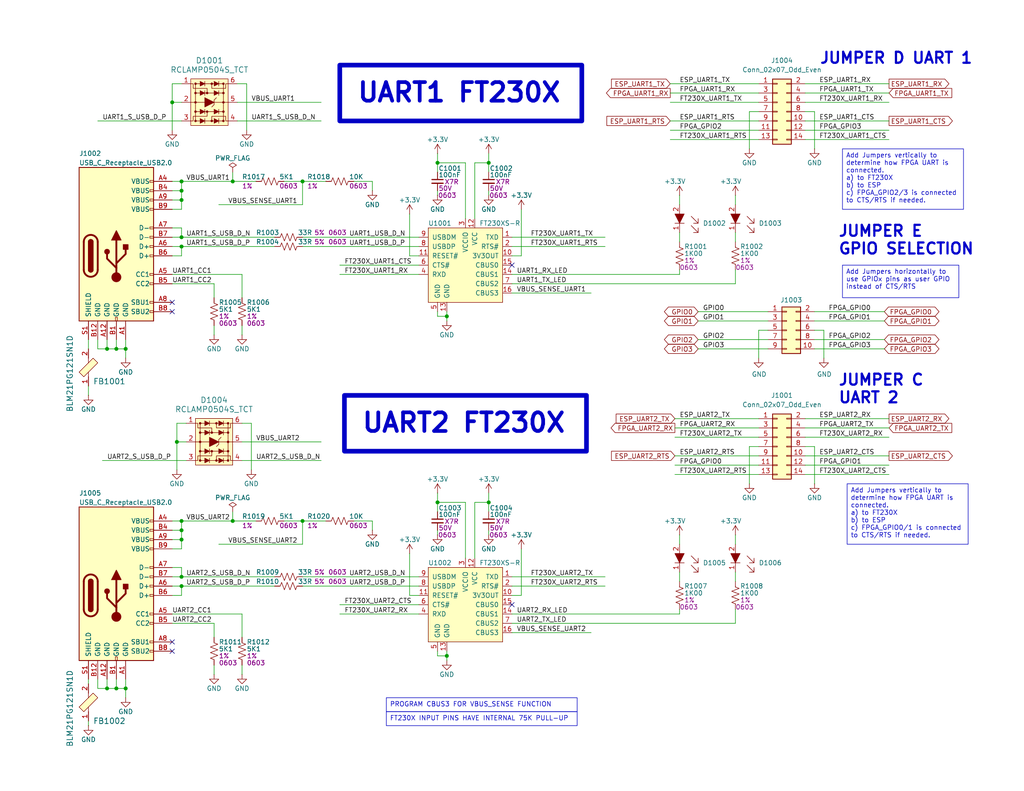
<source format=kicad_sch>
(kicad_sch (version 20231120) (generator "eeschema") (generator_version "8.0")
  (paper "A")
  (title_block (title "PETER") (date "2024-07-29") (rev "0.0") (company "Denno Wiggle") (comment 1 "FTDI USB UART Ports x2."))
  (lib_symbols
    (symbol "Connector_Generic:Conn_02x05_Odd_Even" (pin_names (offset 1.016) hide)
      (property "Reference" "J" (at 1.27 7.62 0))
      (property "Value" "Conn_02x05_Odd_Even" (at 1.27 -7.62 0))
      (symbol "Conn_02x05_Odd_Even_1_1"
        (pin passive line (at -5.08 5.08 0) (length 3.81) (name "Pin_1") (number "1"))
        (pin passive line (at 7.62 -5.08 180) (length 3.81) (name "Pin_10") (number "10"))
        (pin passive line (at 7.62 5.08 180) (length 3.81) (name "Pin_2") (number "2"))
        (pin passive line (at -5.08 2.54 0) (length 3.81) (name "Pin_3") (number "3"))
        (pin passive line (at 7.62 2.54 180) (length 3.81) (name "Pin_4") (number "4"))
        (pin passive line (at -5.08 0 0) (length 3.81) (name "Pin_5") (number "5"))
        (pin passive line (at 7.62 0 180) (length 3.81) (name "Pin_6") (number "6"))
        (pin passive line (at -5.08 -2.54 0) (length 3.81) (name "Pin_7") (number "7"))
        (pin passive line (at 7.62 -2.54 180) (length 3.81) (name "Pin_8") (number "8"))
        (pin passive line (at -5.08 -5.08 0) (length 3.81) (name "Pin_9") (number "9"))
      )
    )
    (symbol "Connector_Generic:Conn_02x07_Odd_Even" (pin_names (offset 1.016) hide)
      (property "Reference" "J" (at 1.27 10.16 0))
      (property "Value" "Conn_02x07_Odd_Even" (at 1.27 -10.16 0))
      (symbol "Conn_02x07_Odd_Even_1_1"
        (pin passive line (at -5.08 7.62 0) (length 3.81) (name "Pin_1") (number "1"))
        (pin passive line (at 7.62 -2.54 180) (length 3.81) (name "Pin_10") (number "10"))
        (pin passive line (at -5.08 -5.08 0) (length 3.81) (name "Pin_11") (number "11"))
        (pin passive line (at 7.62 -5.08 180) (length 3.81) (name "Pin_12") (number "12"))
        (pin passive line (at -5.08 -7.62 0) (length 3.81) (name "Pin_13") (number "13"))
        (pin passive line (at 7.62 -7.62 180) (length 3.81) (name "Pin_14") (number "14"))
        (pin passive line (at 7.62 7.62 180) (length 3.81) (name "Pin_2") (number "2"))
        (pin passive line (at -5.08 5.08 0) (length 3.81) (name "Pin_3") (number "3"))
        (pin passive line (at 7.62 5.08 180) (length 3.81) (name "Pin_4") (number "4"))
        (pin passive line (at -5.08 2.54 0) (length 3.81) (name "Pin_5") (number "5"))
        (pin passive line (at 7.62 2.54 180) (length 3.81) (name "Pin_6") (number "6"))
        (pin passive line (at -5.08 0 0) (length 3.81) (name "Pin_7") (number "7"))
        (pin passive line (at 7.62 0 180) (length 3.81) (name "Pin_8") (number "8"))
        (pin passive line (at -5.08 -2.54 0) (length 3.81) (name "Pin_9") (number "9"))
      )
    )
    (symbol "WTM:C_100nF_X7R_16V_0805H" (pin_numbers hide) (pin_names (offset 0) hide)
      (property "Reference" "C" (at 0.254 3.556 0))
      (property "Value" "100nF" (at 0.254 1.778 0))
      (property "Dielectric" "X7R" (at 1.905 -0.127 0))
      (property "Voltage" "16V" (at 0.254 -1.905 0))
      (property "Footprint2" "0805H" (at 0.127 -3.81 0))
      (symbol "C_100nF_X7R_16V_0805H_1_1"
        (pin passive line (at 0 2.54 270) (length 2.032) (name "~") (number "1"))
        (pin passive line (at 0 -2.54 90) (length 2.032) (name "~") (number "2"))
      )
    )
    (symbol "WTM:LED_LTST-S270KGKT" (pin_names (offset 0))
      (property "Reference" "D" (at -6.35 3.81 0))
      (symbol "LED_LTST-S270KGKT_1_1"
        (pin passive line (at 2.54 0 180) (length 2.54) (name "~") (number "1"))
        (pin input line (at -5.08 0 0) (length 2.54) (name "~") (number "2"))
      )
    )
    (symbol "WTM:RCLAMP0504S_TCT" (pin_names (offset 1.016))
      (property "Reference" "D1001" (at 0 11.43 0))
      (property "Value" "RCLAMP0504S_TCT" (at 0 8.89 0))
      (symbol "RCLAMP0504S_TCT_1_1"
        (pin passive line (at -7.62 5.08 0) (length 2.54) (name "~") (number "1"))
        (pin passive line (at -7.62 0 0) (length 2.54) (name "~") (number "2"))
        (pin passive line (at -7.62 -5.08 0) (length 2.54) (name "~") (number "3"))
        (pin passive line (at 7.62 -5.08 180) (length 2.54) (name "~") (number "4"))
        (pin passive line (at 7.62 0 180) (length 2.54) (name "~") (number "5"))
        (pin passive line (at 7.62 5.08 180) (length 2.54) (name "~") (number "6"))
      )
    )
    (symbol "WTM:R_10K_5%_0805H" (pin_numbers hide) (pin_names (offset 0))
      (property "Reference" "R515" (at 1.27 2.54 0))
      (property "Value" "10K" (at 1.27 0.635 0))
      (property "Tolerance" "5%" (at 1.27 -1.27 0))
      (property "Footprint2" "0805H" (at 0 -3.175 0))
      (symbol "R_10K_5%_0805H_1_1"
        (pin passive line (at 0 3.81 270) (length 1.27) (name "~") (number "1"))
        (pin passive line (at 0 -3.81 90) (length 1.27) (name "~") (number "2"))
      )
    )
    (symbol "WTM:R_33R_5%_0805H_Horizontal1" (pin_numbers hide) (pin_names (offset 0))
      (property "Reference" "R" (at -7.62 1.27 0))
      (property "Value" "33R" (at 2.54 1.27 0))
      (property "Tolerance" "5%" (at 2.54 -1.27 0))
      (property "Footprint2" "0805H" (at -8.89 -1.27 0))
      (symbol "R_33R_5%_0805H_Horizontal1_1_1"
        (pin passive line (at -3.81 0 0) (length 1.27) (name "~") (number "1"))
        (pin passive line (at 3.81 0 180) (length 1.27) (name "~") (number "2"))
      )
    )
    (symbol "WTM:USB_C_Receptacle_USB2.0-Connector" (pin_names (offset 1.016))
      (property "Reference" "J906" (at -10.16 27.94 0))
      (property "Value" "USB_C_Receptacle_USB2.0" (at -10.16 25.4 0))
      (symbol "USB_C_Receptacle_USB2.0-Connector_1_1"
        (pin power_in line (at 2.54 -22.86 90) (length 5.08) (name "GND") (number "A1"))
        (pin power_in line (at -2.54 -22.86 90) (length 5.08) (name "GND") (number "A12"))
        (pin power_in line (at 15.24 20.32 180) (length 5.08) (name "VBUS") (number "A4"))
        (pin bidirectional line (at 15.24 -5.08 180) (length 5.08) (name "CC1") (number "A5"))
        (pin bidirectional line (at 15.24 2.54 180) (length 5.08) (name "D+") (number "A6"))
        (pin bidirectional line (at 15.24 7.62 180) (length 5.08) (name "D-") (number "A7"))
        (pin bidirectional line (at 15.24 -12.7 180) (length 5.08) (name "SBU1") (number "A8"))
        (pin power_in line (at 15.24 15.24 180) (length 5.08) (name "VBUS") (number "A9"))
        (pin power_in line (at 0 -22.86 90) (length 5.08) (name "GND") (number "B1"))
        (pin power_in line (at -5.08 -22.86 90) (length 5.08) (name "GND") (number "B12"))
        (pin power_in line (at 15.24 17.78 180) (length 5.08) (name "VBUS") (number "B4"))
        (pin bidirectional line (at 15.24 -7.62 180) (length 5.08) (name "CC2") (number "B5"))
        (pin bidirectional line (at 15.24 0 180) (length 5.08) (name "D+") (number "B6"))
        (pin bidirectional line (at 15.24 5.08 180) (length 5.08) (name "D-") (number "B7"))
        (pin bidirectional line (at 15.24 -15.24 180) (length 5.08) (name "SBU2") (number "B8"))
        (pin power_in line (at 15.24 12.7 180) (length 5.08) (name "VBUS") (number "B9"))
        (pin passive line (at -7.62 -22.86 90) (length 5.08) (name "SHIELD") (number "S1"))
      )
    )
    (symbol "dk_Ferrite-Beads-and-Chips:BLM18AG601SN1D" (pin_names (offset 1.016))
      (property "Reference" "FB" (at -2.54 3.81 0))
      (property "Value" "BLM18AG601SN1D" (at 0 -3.81 0))
      (symbol "BLM18AG601SN1D_1_1"
        (pin passive line (at -5.08 0 0) (length 2.54) (name "~") (number "1"))
        (pin passive line (at 5.08 0 180) (length 2.54) (name "~") (number "2"))
      )
    )
    (symbol "dk_Interface-Controllers:FT230XS-R" (pin_names (offset 1.016))
      (property "Reference" "U" (at -10.16 8.89 0))
      (property "Value" "FT230XS-R" (at -2.54 -13.97 0))
      (symbol "FT230XS-R_1_1"
        (pin output line (at 12.7 5.08 180) (length 2.54) (name "TXD") (number "1"))
        (pin power_out line (at 12.7 0 180) (length 2.54) (name "3V3OUT") (number "10"))
        (pin input line (at -12.7 0 0) (length 2.54) (name "RESET#") (number "11"))
        (pin power_in line (at 2.54 10.16 270) (length 2.54) (name "VCC") (number "12"))
        (pin power_in line (at -5.08 -15.24 90) (length 2.54) (name "GND") (number "13"))
        (pin bidirectional line (at 12.7 -5.08 180) (length 2.54) (name "CBUS1") (number "14"))
        (pin bidirectional line (at 12.7 -2.54 180) (length 2.54) (name "CBUS0") (number "15"))
        (pin bidirectional line (at 12.7 -10.16 180) (length 2.54) (name "CBUS3") (number "16"))
        (pin output line (at 12.7 2.54 180) (length 2.54) (name "RTS#") (number "2"))
        (pin power_in line (at 0 10.16 270) (length 2.54) (name "VCCIO") (number "3"))
        (pin input line (at -12.7 -5.08 0) (length 2.54) (name "RXD") (number "4"))
        (pin power_in line (at -7.62 -15.24 90) (length 2.54) (name "GND") (number "5"))
        (pin input line (at -12.7 -2.54 0) (length 2.54) (name "CTS#") (number "6"))
        (pin bidirectional line (at 12.7 -7.62 180) (length 2.54) (name "CBUS2") (number "7"))
        (pin input line (at -12.7 2.54 0) (length 2.54) (name "USBDP") (number "8"))
        (pin input line (at -12.7 5.08 0) (length 2.54) (name "USBDM") (number "9"))
      )
    )
    (symbol "power:+3.3V" (power) (pin_numbers hide) (pin_names (offset 0) hide)
      (property "Value" "+3.3V" (at 0 3.556 0))
      (symbol "+3.3V_1_1"
        (pin power_in line (at 0 0 90) (length 0) (name "~") (number "1"))
      )
    )
    (symbol "power:GND" (power) (pin_numbers hide) (pin_names (offset 0) hide)
      (property "Value" "GND" (at 0 -3.81 0))
      (symbol "GND_1_1"
        (pin power_in line (at 0 0 270) (length 0) (name "~") (number "1"))
      )
    )
    (symbol "power:PWR_FLAG" (power) (pin_numbers hide) (pin_names (offset 0) hide)
      (property "Value" "PWR_FLAG" (at 0 3.81 0))
      (symbol "PWR_FLAG_0_0"
        (pin power_out line (at 0 0 90) (length 0) (name "~") (number "1"))
      )
    )
  )
  (junction (at 48.26 120.65))
  (junction (at 119.38 137.16))
  (junction (at 49.53 64.77))
  (junction (at 34.29 95.25))
  (junction (at 49.53 52.07))
  (junction (at 49.53 49.53))
  (junction (at 46.99 27.94))
  (junction (at 63.5 142.24))
  (junction (at 49.53 157.48))
  (junction (at 49.53 67.31))
  (junction (at 63.5 49.53))
  (junction (at 49.53 144.78))
  (junction (at 121.92 86.36))
  (junction (at 34.29 187.96))
  (junction (at 29.21 187.96))
  (junction (at 121.92 179.07))
  (junction (at 133.35 137.16))
  (junction (at 49.53 142.24))
  (junction (at 119.38 44.45))
  (junction (at 49.53 147.32))
  (junction (at 49.53 54.61))
  (junction (at 49.53 160.02))
  (junction (at 31.75 187.96))
  (junction (at 82.55 142.24))
  (junction (at 82.55 49.53))
  (junction (at 31.75 95.25))
  (junction (at 29.21 95.25))
  (junction (at 133.35 44.45))
  (no_connect (at 46.99 177.8))
  (no_connect (at 46.99 175.26))
  (no_connect (at 139.7 72.39))
  (no_connect (at 46.99 85.09))
  (no_connect (at 139.7 165.1))
  (no_connect (at 46.99 82.55))
  (wire (pts (xy 46.99 147.32) (xy 49.53 147.32)))
  (wire (pts (xy 63.5 46.99) (xy 63.5 49.53)))
  (wire (pts (xy 127 137.16) (xy 127 152.4)))
  (wire (pts (xy 46.99 74.93) (xy 66.04 74.93)))
  (wire (pts (xy 24.13 185.42) (xy 24.13 186.69)))
  (wire (pts (xy 139.7 74.93) (xy 185.42 74.93)))
  (wire (pts (xy 49.53 62.23) (xy 49.53 64.77)))
  (wire (pts (xy 63.5 142.24) (xy 69.85 142.24)))
  (wire (pts (xy 219.71 116.84) (xy 242.57 116.84)))
  (wire (pts (xy 34.29 95.25) (xy 31.75 95.25)))
  (wire (pts (xy 219.71 127) (xy 242.57 127)))
  (wire (pts (xy 200.66 156.21) (xy 200.66 158.75)))
  (wire (pts (xy 46.99 142.24) (xy 49.53 142.24)))
  (wire (pts (xy 139.7 80.01) (xy 161.29 80.01)))
  (wire (pts (xy 58.42 181.61) (xy 58.42 184.15)))
  (wire (pts (xy 139.7 67.31) (xy 165.1 67.31)))
  (wire (pts (xy 219.71 22.86) (xy 242.57 22.86)))
  (wire (pts (xy 133.35 137.16) (xy 129.54 137.16)))
  (wire (pts (xy 49.53 64.77) (xy 74.93 64.77)))
  (wire (pts (xy 68.58 128.27) (xy 68.58 115.57)))
  (wire (pts (xy 139.7 172.72) (xy 161.29 172.72)))
  (wire (pts (xy 222.25 87.63) (xy 241.3 87.63)))
  (wire (pts (xy 58.42 81.28) (xy 58.42 77.47)))
  (wire (pts (xy 48.26 120.65) (xy 48.26 115.57)))
  (wire (pts (xy 82.55 49.53) (xy 88.9 49.53)))
  (wire (pts (xy 31.75 95.25) (xy 29.21 95.25)))
  (wire (pts (xy 121.92 177.8) (xy 121.92 179.07)))
  (wire (pts (xy 31.75 187.96) (xy 29.21 187.96)))
  (wire (pts (xy 29.21 92.71) (xy 29.21 95.25)))
  (wire (pts (xy 119.38 44.45) (xy 127 44.45)))
  (wire (pts (xy 139.7 157.48) (xy 165.1 157.48)))
  (wire (pts (xy 119.38 134.62) (xy 119.38 137.16)))
  (wire (pts (xy 101.6 142.24) (xy 101.6 144.78)))
  (wire (pts (xy 114.3 162.56) (xy 111.76 162.56)))
  (wire (pts (xy 46.99 67.31) (xy 49.53 67.31)))
  (wire (pts (xy 49.53 67.31) (xy 74.93 67.31)))
  (wire (pts (xy 184.15 129.54) (xy 207.01 129.54)))
  (wire (pts (xy 101.6 49.53) (xy 101.6 52.07)))
  (wire (pts (xy 46.99 157.48) (xy 49.53 157.48)))
  (wire (pts (xy 119.38 52.07) (xy 119.38 53.34)))
  (wire (pts (xy 139.7 77.47) (xy 200.66 77.47)))
  (wire (pts (xy 204.47 121.92) (xy 207.01 121.92)))
  (wire (pts (xy 184.15 119.38) (xy 207.01 119.38)))
  (wire (pts (xy 82.55 142.24) (xy 88.9 142.24)))
  (wire (pts (xy 207.01 97.79) (xy 207.01 90.17)))
  (wire (pts (xy 66.04 181.61) (xy 66.04 184.15)))
  (wire (pts (xy 46.99 170.18) (xy 58.42 170.18)))
  (wire (pts (xy 182.88 33.02) (xy 207.01 33.02)))
  (wire (pts (xy 82.55 64.77) (xy 114.3 64.77)))
  (wire (pts (xy 46.99 27.94) (xy 46.99 35.56)))
  (wire (pts (xy 222.25 40.64) (xy 222.25 30.48)))
  (wire (pts (xy 222.25 30.48) (xy 219.71 30.48)))
  (wire (pts (xy 26.67 33.02) (xy 49.53 33.02)))
  (wire (pts (xy 139.7 170.18) (xy 200.66 170.18)))
  (wire (pts (xy 46.99 27.94) (xy 49.53 27.94)))
  (wire (pts (xy 58.42 88.9) (xy 58.42 91.44)))
  (wire (pts (xy 222.25 92.71) (xy 241.3 92.71)))
  (wire (pts (xy 182.88 27.94) (xy 207.01 27.94)))
  (wire (pts (xy 77.47 142.24) (xy 82.55 142.24)))
  (wire (pts (xy 49.53 154.94) (xy 49.53 157.48)))
  (wire (pts (xy 92.71 72.39) (xy 114.3 72.39)))
  (wire (pts (xy 24.13 92.71) (xy 24.13 95.25)))
  (wire (pts (xy 46.99 162.56) (xy 49.53 162.56)))
  (wire (pts (xy 119.38 177.8) (xy 119.38 179.07)))
  (wire (pts (xy 190.5 87.63) (xy 209.55 87.63)))
  (wire (pts (xy 46.99 149.86) (xy 49.53 149.86)))
  (wire (pts (xy 49.53 142.24) (xy 63.5 142.24)))
  (wire (pts (xy 92.71 165.1) (xy 114.3 165.1)))
  (wire (pts (xy 182.88 38.1) (xy 207.01 38.1)))
  (wire (pts (xy 133.35 134.62) (xy 133.35 137.16)))
  (wire (pts (xy 133.35 52.07) (xy 133.35 53.34)))
  (wire (pts (xy 49.53 147.32) (xy 49.53 144.78)))
  (wire (pts (xy 119.38 144.78) (xy 119.38 146.05)))
  (wire (pts (xy 49.53 22.86) (xy 46.99 22.86)))
  (wire (pts (xy 49.53 157.48) (xy 74.93 157.48)))
  (wire (pts (xy 219.71 33.02) (xy 242.57 33.02)))
  (wire (pts (xy 139.7 69.85) (xy 142.24 69.85)))
  (wire (pts (xy 46.99 160.02) (xy 49.53 160.02)))
  (wire (pts (xy 48.26 120.65) (xy 48.26 128.27)))
  (wire (pts (xy 58.42 173.99) (xy 58.42 170.18)))
  (wire (pts (xy 119.38 86.36) (xy 121.92 86.36)))
  (wire (pts (xy 219.71 124.46) (xy 242.57 124.46)))
  (wire (pts (xy 185.42 156.21) (xy 185.42 158.75)))
  (wire (pts (xy 24.13 196.85) (xy 24.13 198.12)))
  (wire (pts (xy 66.04 125.73) (xy 87.63 125.73)))
  (wire (pts (xy 82.55 148.59) (xy 82.55 142.24)))
  (wire (pts (xy 200.66 146.05) (xy 200.66 148.59)))
  (wire (pts (xy 119.38 137.16) (xy 127 137.16)))
  (wire (pts (xy 46.99 57.15) (xy 49.53 57.15)))
  (wire (pts (xy 66.04 173.99) (xy 66.04 167.64)))
  (wire (pts (xy 63.5 139.7) (xy 63.5 142.24)))
  (wire (pts (xy 129.54 44.45) (xy 129.54 59.69)))
  (wire (pts (xy 49.53 162.56) (xy 49.53 160.02)))
  (wire (pts (xy 82.55 67.31) (xy 114.3 67.31)))
  (wire (pts (xy 46.99 64.77) (xy 49.53 64.77)))
  (wire (pts (xy 222.25 95.25) (xy 241.3 95.25)))
  (wire (pts (xy 46.99 167.64) (xy 66.04 167.64)))
  (wire (pts (xy 49.53 57.15) (xy 49.53 54.61)))
  (wire (pts (xy 48.26 120.65) (xy 50.8 120.65)))
  (wire (pts (xy 184.15 124.46) (xy 207.01 124.46)))
  (wire (pts (xy 82.55 157.48) (xy 114.3 157.48)))
  (wire (pts (xy 67.31 22.86) (xy 67.31 35.56)))
  (wire (pts (xy 207.01 90.17) (xy 209.55 90.17)))
  (wire (pts (xy 219.71 129.54) (xy 242.57 129.54)))
  (wire (pts (xy 133.35 144.78) (xy 133.35 146.05)))
  (wire (pts (xy 133.35 137.16) (xy 133.35 139.7)))
  (wire (pts (xy 190.5 95.25) (xy 209.55 95.25)))
  (wire (pts (xy 142.24 162.56) (xy 142.24 149.86)))
  (wire (pts (xy 92.71 74.93) (xy 114.3 74.93)))
  (wire (pts (xy 114.3 69.85) (xy 111.76 69.85)))
  (wire (pts (xy 111.76 151.13) (xy 111.76 162.56)))
  (wire (pts (xy 34.29 187.96) (xy 34.29 190.5)))
  (wire (pts (xy 190.5 92.71) (xy 209.55 92.71)))
  (wire (pts (xy 46.99 69.85) (xy 49.53 69.85)))
  (wire (pts (xy 82.55 55.88) (xy 82.55 49.53)))
  (wire (pts (xy 224.79 97.79) (xy 224.79 90.17)))
  (wire (pts (xy 49.53 49.53) (xy 63.5 49.53)))
  (wire (pts (xy 64.77 22.86) (xy 67.31 22.86)))
  (wire (pts (xy 182.88 22.86) (xy 207.01 22.86)))
  (wire (pts (xy 139.7 64.77) (xy 165.1 64.77)))
  (wire (pts (xy 68.58 115.57) (xy 66.04 115.57)))
  (wire (pts (xy 64.77 33.02) (xy 87.63 33.02)))
  (wire (pts (xy 182.88 35.56) (xy 207.01 35.56)))
  (wire (pts (xy 127 44.45) (xy 127 59.69)))
  (wire (pts (xy 129.54 137.16) (xy 129.54 152.4)))
  (wire (pts (xy 119.38 41.91) (xy 119.38 44.45)))
  (wire (pts (xy 119.38 85.09) (xy 119.38 86.36)))
  (wire (pts (xy 200.66 63.5) (xy 200.66 66.04)))
  (wire (pts (xy 59.69 148.59) (xy 82.55 148.59)))
  (wire (pts (xy 190.5 85.09) (xy 209.55 85.09)))
  (wire (pts (xy 224.79 90.17) (xy 222.25 90.17)))
  (wire (pts (xy 46.99 52.07) (xy 49.53 52.07)))
  (wire (pts (xy 77.47 49.53) (xy 82.55 49.53)))
  (wire (pts (xy 111.76 58.42) (xy 111.76 69.85)))
  (wire (pts (xy 184.15 116.84) (xy 207.01 116.84)))
  (wire (pts (xy 185.42 53.34) (xy 185.42 55.88)))
  (wire (pts (xy 139.7 160.02) (xy 165.1 160.02)))
  (wire (pts (xy 46.99 62.23) (xy 49.53 62.23)))
  (wire (pts (xy 66.04 81.28) (xy 66.04 74.93)))
  (wire (pts (xy 66.04 88.9) (xy 66.04 91.44)))
  (wire (pts (xy 219.71 35.56) (xy 242.57 35.56)))
  (wire (pts (xy 184.15 114.3) (xy 207.01 114.3)))
  (wire (pts (xy 48.26 115.57) (xy 50.8 115.57)))
  (wire (pts (xy 29.21 187.96) (xy 26.67 187.96)))
  (wire (pts (xy 34.29 95.25) (xy 34.29 92.71)))
  (wire (pts (xy 133.35 44.45) (xy 129.54 44.45)))
  (wire (pts (xy 219.71 27.94) (xy 242.57 27.94)))
  (wire (pts (xy 49.53 160.02) (xy 74.93 160.02)))
  (wire (pts (xy 63.5 49.53) (xy 69.85 49.53)))
  (wire (pts (xy 142.24 69.85) (xy 142.24 57.15)))
  (wire (pts (xy 27.94 125.73) (xy 50.8 125.73)))
  (wire (pts (xy 119.38 179.07) (xy 121.92 179.07)))
  (wire (pts (xy 119.38 46.99) (xy 119.38 44.45)))
  (wire (pts (xy 92.71 167.64) (xy 114.3 167.64)))
  (wire (pts (xy 46.99 77.47) (xy 58.42 77.47)))
  (wire (pts (xy 49.53 69.85) (xy 49.53 67.31)))
  (wire (pts (xy 31.75 187.96) (xy 34.29 187.96)))
  (wire (pts (xy 219.71 119.38) (xy 242.57 119.38)))
  (wire (pts (xy 219.71 114.3) (xy 242.57 114.3)))
  (wire (pts (xy 222.25 121.92) (xy 222.25 132.08)))
  (wire (pts (xy 46.99 22.86) (xy 46.99 27.94)))
  (wire (pts (xy 46.99 154.94) (xy 49.53 154.94)))
  (wire (pts (xy 59.69 55.88) (xy 82.55 55.88)))
  (wire (pts (xy 66.04 120.65) (xy 87.63 120.65)))
  (wire (pts (xy 96.52 142.24) (xy 101.6 142.24)))
  (wire (pts (xy 200.66 170.18) (xy 200.66 166.37)))
  (wire (pts (xy 34.29 95.25) (xy 34.29 97.79)))
  (wire (pts (xy 121.92 86.36) (xy 121.92 87.63)))
  (wire (pts (xy 64.77 27.94) (xy 87.63 27.94)))
  (wire (pts (xy 119.38 139.7) (xy 119.38 137.16)))
  (wire (pts (xy 185.42 167.64) (xy 185.42 166.37)))
  (wire (pts (xy 200.66 77.47) (xy 200.66 73.66)))
  (wire (pts (xy 121.92 179.07) (xy 121.92 180.34)))
  (wire (pts (xy 219.71 38.1) (xy 242.57 38.1)))
  (wire (pts (xy 182.88 25.4) (xy 207.01 25.4)))
  (wire (pts (xy 49.53 54.61) (xy 49.53 52.07)))
  (wire (pts (xy 26.67 185.42) (xy 26.67 187.96)))
  (wire (pts (xy 133.35 44.45) (xy 133.35 46.99)))
  (wire (pts (xy 82.55 160.02) (xy 114.3 160.02)))
  (wire (pts (xy 49.53 52.07) (xy 49.53 49.53)))
  (wire (pts (xy 185.42 63.5) (xy 185.42 66.04)))
  (wire (pts (xy 133.35 41.91) (xy 133.35 44.45)))
  (wire (pts (xy 49.53 149.86) (xy 49.53 147.32)))
  (wire (pts (xy 24.13 105.41) (xy 24.13 107.95)))
  (wire (pts (xy 219.71 121.92) (xy 222.25 121.92)))
  (wire (pts (xy 29.21 95.25) (xy 26.67 95.25)))
  (wire (pts (xy 49.53 144.78) (xy 49.53 142.24)))
  (wire (pts (xy 121.92 85.09) (xy 121.92 86.36)))
  (wire (pts (xy 139.7 167.64) (xy 185.42 167.64)))
  (wire (pts (xy 46.99 54.61) (xy 49.53 54.61)))
  (wire (pts (xy 46.99 49.53) (xy 49.53 49.53)))
  (wire (pts (xy 46.99 144.78) (xy 49.53 144.78)))
  (wire (pts (xy 139.7 162.56) (xy 142.24 162.56)))
  (wire (pts (xy 31.75 92.71) (xy 31.75 95.25)))
  (wire (pts (xy 96.52 49.53) (xy 101.6 49.53)))
  (wire (pts (xy 219.71 25.4) (xy 242.57 25.4)))
  (wire (pts (xy 204.47 30.48) (xy 204.47 40.64)))
  (wire (pts (xy 207.01 30.48) (xy 204.47 30.48)))
  (wire (pts (xy 29.21 185.42) (xy 29.21 187.96)))
  (wire (pts (xy 204.47 132.08) (xy 204.47 121.92)))
  (wire (pts (xy 184.15 127) (xy 207.01 127)))
  (wire (pts (xy 26.67 92.71) (xy 26.67 95.25)))
  (wire (pts (xy 34.29 187.96) (xy 34.29 185.42)))
  (wire (pts (xy 185.42 146.05) (xy 185.42 148.59)))
  (wire (pts (xy 31.75 185.42) (xy 31.75 187.96)))
  (wire (pts (xy 185.42 74.93) (xy 185.42 73.66)))
  (wire (pts (xy 200.66 53.34) (xy 200.66 55.88)))
  (wire (pts (xy 222.25 85.09) (xy 241.3 85.09)))
  (text_box "Add Jumpers vertically to determine how FPGA UART is connected.\na) to FT230X\nb) to ESP\nc) FPGA_GPIO0/1 is connected to CTS/RTS if needed. " (at 231.14 132.08 0) (size 33.02 16.51) (effects (font (size 1.27 1.27)) (justify left top)))
  (text_box "UART2 FT230X\n" (at 93.98 107.95 0) (size 66.04 15.24) (stroke (width 1.27)) (effects (font (size 5.08 5.08) (thickness 1.016) (bold yes)) (justify left top)))
  (text_box "PROGRAM CBUS3 FOR VBUS_SENSE FUNCTION" (at 105.41 190.5 0) (size 52.07 3.81) (effects (font (size 1.27 1.27)) (justify left top)))
  (text_box "Add Jumpers vertically to determine how FPGA UART is connected.\na) to FT230X\nb) to ESP\nc) FPGA_GPIO2/3 is connected to CTS/RTS if needed. " (at 229.87 40.64 0) (size 33.02 16.51) (effects (font (size 1.27 1.27)) (justify left top)))
  (text_box "Add Jumpers horizontally to use GPIOx pins as user GPIO instead of CTS/RTS " (at 229.87 72.39 0) (size 31.75 8.89) (effects (font (size 1.27 1.27)) (justify left top)))
  (text_box "UART1 FT230X\n" (at 92.71 17.78 0) (size 66.04 15.24) (stroke (width 1.27)) (effects (font (size 5.08 5.08) (thickness 1.016) (bold yes)) (justify left top)))
  (text_box "FT230X INPUT PINS HAVE INTERNAL 75K PULL-UP" (at 105.41 194.31 0) (size 52.07 3.81) (effects (font (size 1.27 1.27)) (justify left top)))
  (text "JUMPER C\nUART 2" (at 228.6 110.49 0) (effects (font (size 2.9972 2.9972) (thickness 0.5994) (bold yes)) (justify left bottom)))
  (text "JUMPER D UART 1" (at 223.52 17.78 0) (effects (font (size 2.9972 2.9972) (thickness 0.5994) (bold yes)) (justify left bottom)))
  (text "JUMPER E\nGPIO SELECTION" (at 228.6 69.85 0) (effects (font (size 2.9972 2.9972) (thickness 0.5994) (bold yes)) (justify left bottom)))
  (label "VBUS_SENSE_UART2" (at 62.23 148.59 0))
  (label "FT230X_UART2_RTS" (at 144.78 160.02 0))
  (label "UART2_S_USB_D_N" (at 69.85 125.73 0))
  (label "FPGA_GPIO0" (at 185.42 127 0))
  (label "FT230X_UART2_RX" (at 223.52 119.38 0))
  (label "UART2_RX_LED" (at 140.97 167.64 0))
  (label "UART1_USB_D_N" (at 95.25 64.77 0))
  (label "FPGA_UART1_RX" (at 185.42 25.4 0))
  (label "VBUS_SENSE_UART2" (at 140.97 172.72 0))
  (label "FT230X_UART2_CTS" (at 93.98 165.1 0))
  (label "VBUS_UART2" (at 50.8 142.24 0))
  (label "FT230X_UART1_CTS" (at 93.98 72.39 0))
  (label "VBUS_UART2" (at 69.85 120.65 0))
  (label "FT230X_UART1_RX" (at 223.52 27.94 0))
  (label "UART1_RX_LED" (at 140.97 74.93 0))
  (label "ESP_UART1_TX" (at 185.42 22.86 0))
  (label "ESP_UART2_RTS" (at 185.42 124.46 0))
  (label "VBUS_UART1" (at 68.58 27.94 0))
  (label "ESP_UART1_RTS" (at 185.42 33.02 0))
  (label "VBUS_SENSE_UART1" (at 62.23 55.88 0))
  (label "FT230X_UART1_RX" (at 93.98 74.93 0))
  (label "FT230X_UART2_CTS" (at 223.52 129.54 0))
  (label "VBUS_UART1" (at 50.8 49.53 0))
  (label "FT230X_UART2_TX" (at 185.42 119.38 0))
  (label "UART2_TX_LED" (at 140.97 170.18 0))
  (label "ESP_UART2_TX" (at 185.42 114.3 0))
  (label "FPGA_GPIO2" (at 226.06 92.71 0))
  (label "ESP_UART2_CTS" (at 223.52 124.46 0))
  (label "GPIO2" (at 191.77 92.71 0))
  (label "ESP_UART1_CTS" (at 223.52 33.02 0))
  (label "UART2_USB_D_N" (at 95.25 157.48 0))
  (label "ESP_UART1_RX" (at 223.52 22.86 0))
  (label "UART1_S_USB_D_P" (at 27.94 33.02 0))
  (label "UART1_S_USB_D_N" (at 50.8 64.77 0))
  (label "FPGA_UART2_RX" (at 185.42 116.84 0))
  (label "FPGA_GPIO2" (at 185.42 35.56 0))
  (label "FT230X_UART2_RTS" (at 185.42 129.54 0))
  (label "UART2_CC1" (at 46.99 167.64 0))
  (label "GPIO0" (at 191.77 85.09 0))
  (label "FT230X_UART1_CTS" (at 223.52 38.1 0))
  (label "UART1_USB_D_P" (at 95.25 67.31 0))
  (label "UART1_CC2" (at 46.99 77.47 0))
  (label "FT230X_UART1_TX" (at 144.78 64.77 0))
  (label "FPGA_GPIO0" (at 226.06 85.09 0))
  (label "FT230X_UART2_RX" (at 93.98 167.64 0))
  (label "FPGA_GPIO1" (at 223.52 127 0))
  (label "GPIO1" (at 191.77 87.63 0))
  (label "FPGA_GPIO1" (at 226.06 87.63 0))
  (label "FT230X_UART1_RTS" (at 144.78 67.31 0))
  (label "UART1_TX_LED" (at 140.97 77.47 0))
  (label "FT230X_UART2_TX" (at 144.78 157.48 0))
  (label "UART2_USB_D_P" (at 95.25 160.02 0))
  (label "GPIO3" (at 191.77 95.25 0))
  (label "VBUS_SENSE_UART1" (at 140.97 80.01 0))
  (label "FPGA_GPIO3" (at 223.52 35.56 0))
  (label "UART2_S_USB_D_P" (at 50.8 160.02 0))
  (label "FPGA_UART1_TX" (at 223.52 25.4 0))
  (label "FPGA_UART2_TX" (at 223.52 116.84 0))
  (label "UART2_CC2" (at 46.99 170.18 0))
  (label "FPGA_GPIO3" (at 226.06 95.25 0))
  (label "UART2_S_USB_D_P" (at 29.21 125.73 0))
  (label "UART1_S_USB_D_P" (at 50.8 67.31 0))
  (label "UART1_CC1" (at 46.99 74.93 0))
  (label "FT230X_UART1_TX" (at 185.42 27.94 0))
  (label "FT230X_UART1_RTS" (at 185.42 38.1 0))
  (label "ESP_UART2_RX" (at 223.52 114.3 0))
  (label "UART1_S_USB_D_N" (at 68.58 33.02 0))
  (label "UART2_S_USB_D_N" (at 50.8 157.48 0))
  (global_label "GPIO2" (shape bidirectional) (at 190.5 92.71 180) (property "Intersheetrefs" "${INTERSHEET_REFS}" (at 181.0237 92.71 0) (effects (justify right))))
  (global_label "FPGA_GPIO0" (shape bidirectional) (at 241.3 85.09 0) (property "Intersheetrefs" "${INTERSHEET_REFS}" (at 256.4611 85.09 0) (effects (justify left))))
  (global_label "ESP_UART1_TX" (shape input) (at 182.88 22.86 180) (property "Intersheetrefs" "${INTERSHEET_REFS}" (at 163.83 22.86 0) (effects (justify left))))
  (global_label "ESP_UART2_CTS" (shape output) (at 242.57 124.46 0) (property "Intersheetrefs" "${INTERSHEET_REFS}" (at 260.35 124.46 0) (effects (justify left))))
  (global_label "ESP_UART2_RX" (shape output) (at 242.57 114.3 0) (property "Intersheetrefs" "${INTERSHEET_REFS}" (at 260.35 114.3 0) (effects (justify left))))
  (global_label "GPIO1" (shape bidirectional) (at 190.5 87.63 180) (property "Intersheetrefs" "${INTERSHEET_REFS}" (at 181.0237 87.63 0) (effects (justify right))))
  (global_label "FPGA_UART2_TX" (shape input) (at 242.57 116.84 0) (property "Intersheetrefs" "${INTERSHEET_REFS}" (at 259.9777 116.84 0) (effects (justify left))))
  (global_label "ESP_UART2_RTS" (shape input) (at 184.15 124.46 180) (property "Intersheetrefs" "${INTERSHEET_REFS}" (at 165.1 124.46 0) (effects (justify left))))
  (global_label "FPGA_UART1_RX" (shape output) (at 182.88 25.4 180) (property "Intersheetrefs" "${INTERSHEET_REFS}" (at 165.1699 25.4 0) (effects (justify right))))
  (global_label "FPGA_UART2_RX" (shape output) (at 184.15 116.84 180) (property "Intersheetrefs" "${INTERSHEET_REFS}" (at 166.4399 116.84 0) (effects (justify right))))
  (global_label "ESP_UART1_CTS" (shape output) (at 242.57 33.02 0) (property "Intersheetrefs" "${INTERSHEET_REFS}" (at 260.35 33.02 0) (effects (justify left))))
  (global_label "GPIO0" (shape bidirectional) (at 190.5 85.09 180) (property "Intersheetrefs" "${INTERSHEET_REFS}" (at 181.0237 85.09 0) (effects (justify right))))
  (global_label "ESP_UART2_TX" (shape input) (at 184.15 114.3 180) (property "Intersheetrefs" "${INTERSHEET_REFS}" (at 165.1 114.3 0) (effects (justify left))))
  (global_label "ESP_UART1_RX" (shape output) (at 242.57 22.86 0) (property "Intersheetrefs" "${INTERSHEET_REFS}" (at 260.35 22.86 0) (effects (justify left))))
  (global_label "GPIO3" (shape bidirectional) (at 190.5 95.25 180) (property "Intersheetrefs" "${INTERSHEET_REFS}" (at 181.0237 95.25 0) (effects (justify right))))
  (global_label "FPGA_UART1_TX" (shape input) (at 242.57 25.4 0) (property "Intersheetrefs" "${INTERSHEET_REFS}" (at 259.08 25.4 0) (effects (justify left))))
  (global_label "FPGA_GPIO2" (shape bidirectional) (at 241.3 92.71 0) (property "Intersheetrefs" "${INTERSHEET_REFS}" (at 256.4611 92.71 0) (effects (justify left))))
  (global_label "FPGA_GPIO1" (shape bidirectional) (at 241.3 87.63 0) (property "Intersheetrefs" "${INTERSHEET_REFS}" (at 256.4611 87.63 0) (effects (justify left))))
  (global_label "FPGA_GPIO3" (shape bidirectional) (at 241.3 95.25 0) (property "Intersheetrefs" "${INTERSHEET_REFS}" (at 256.4611 95.25 0) (effects (justify left))))
  (global_label "ESP_UART1_RTS" (shape input) (at 182.88 33.02 180) (property "Intersheetrefs" "${INTERSHEET_REFS}" (at 163.83 33.02 0) (effects (justify left))))
  (symbol (lib_id "power:GND") (at 101.6 144.78 0) (unit 1)
    (property "Reference" "#PWR01035" (effects (hide yes)))
    (property "Value" "GND" (at 101.6 148.59 0))
  )
  (symbol (lib_id "WTM:R_10K_5%_0805H") (at 200.66 162.56 0) (unit 1)
    (property "Reference" "R1008" (at 201.93 160.02 0) (effects (justify left)))
    (property "Value" "1K00" (at 201.93 161.925 0) (effects (justify left)))
    (property "Footprint" "Resistor_SMD:R_0603_1608Metric" (effects (hide yes)))
    (property "Datasheet" "https://www.yageo.com/upload/media/product/productsearch/datasheet/rchip/PYu-RC_Group_51_RoHS_L_12.pdf" (effects (hide yes)))
    (property "Description" "RES 1K OHM 1% 1/10W 0603" (effects (hide yes)))
    (property "Tolerance" "1%" (at 201.93 163.83 0) (effects (justify left)))
    (property "Footprint2" "0603" (at 200.66 165.735 0) (effects (justify left)))
    (property "MPN" "RC0603FR-071KL" (effects (hide yes)))
    (property "Manufacturer" "Yaego" (effects (hide yes)))
    (property "Digikey" "311-1.00KHRCT-ND" (effects (hide yes)))
    (property "LCSC Part #" "C22548" (effects (hide yes)))
  )
  (symbol (lib_id "power:+3.3V") (at 111.76 151.13 0) (unit 1)
    (property "Reference" "#PWR01038" (effects (hide yes)))
    (property "Value" "+3.3V" (at 111.76 147.32 0))
  )
  (symbol (lib_id "Connector_Generic:Conn_02x07_Odd_Even") (at 212.09 30.48 0) (unit 1)
    (property "Reference" "J1004" (at 213.36 16.51 0))
    (property "Value" "Conn_02x07_Odd_Even" (at 213.36 19.05 0))
    (property "Footprint" "Connector_PinHeader_2.54mm:PinHeader_2x07_P2.54mm_Vertical" (effects (hide yes)))
    (property "Datasheet" "https://app.adam-tech.com/products/download/data_sheet/202065/ph2-xx-ua-data-sheet.pdf" (effects (hide yes)))
    (property "Description" "CONN HEADER VERT 14POS 2.54MM" (effects (hide yes)))
    (property "Manufacturer" "Adam Tech" (effects (hide yes)))
    (property "Digikey" "2057-PH2-14-UA-ND" (effects (hide yes)))
    (property "MPN" "PH2-14-UA" (effects (hide yes)))
  )
  (symbol (lib_id "Connector_Generic:Conn_02x07_Odd_Even") (at 212.09 121.92 0) (unit 1)
    (property "Reference" "J1001" (at 213.36 107.95 0))
    (property "Value" "Conn_02x07_Odd_Even" (at 213.36 110.49 0))
    (property "Footprint" "Connector_PinHeader_2.54mm:PinHeader_2x07_P2.54mm_Vertical" (effects (hide yes)))
    (property "Datasheet" "https://app.adam-tech.com/products/download/data_sheet/202065/ph2-xx-ua-data-sheet.pdf" (effects (hide yes)))
    (property "Description" "CONN HEADER VERT 14POS 2.54MM" (effects (hide yes)))
    (property "Manufacturer" "Adam Tech" (effects (hide yes)))
    (property "Digikey" "2057-PH2-14-UA-ND" (effects (hide yes)))
    (property "MPN" "PH2-14-UA" (effects (hide yes)))
  )
  (symbol (lib_id "WTM:LED_LTST-S270KGKT") (at 200.66 60.96 270) (unit 1)
    (property "Reference" "D1003" (at 207.01 60.9599 90) (effects (justify left)))
    (property "Value" "LED_LTST-S270KGKT" (effects (hide yes)))
    (property "Footprint" "WTM_Library:LTST-S270KGKT" (effects (hide yes)))
    (property "Datasheet" "https://optoelectronics.liteon.com/upload/download/DS22-2000-226/LTST-S270KGKT.pdf" (effects (hide yes)))
    (property "Description" "LED 571NM GREEN CLEAR CHIP 0603 R/A" (effects (hide yes)))
    (property "Digikey" "160-1478-1-ND" (effects (hide yes)))
    (property "MPN" "LTST-S270KGKT" (effects (hide yes)))
    (property "Category" "Optoelectronics" (effects (hide yes)))
    (property "Family" "LED Indication - Discrete" (effects (hide yes)))
    (property "Manufacturer" "Lite-On Inc." (effects (hide yes)))
    (property "LCSC Part #" "C125113" (effects (hide yes)))
  )
  (symbol (lib_id "WTM:R_33R_5%_0805H_Horizontal1") (at 92.71 142.24 0) (unit 1)
    (property "Reference" "R1020" (at 83.82 140.97 0) (effects (justify left)))
    (property "Value" "10K" (at 95.25 140.97 0) (effects (justify left)))
    (property "Footprint" "Resistor_SMD:R_0603_1608Metric" (effects (hide yes)))
    (property "Datasheet" "https://www.yageo.com/upload/media/product/productsearch/datasheet/rchip/PYu-RC_Group_51_RoHS_L_12.pdf" (effects (hide yes)))
    (property "Description" "RES 10K OHM 1% 1/10W 0603" (effects (hide yes)))
    (property "Tolerance" "1%" (at 83.82 143.51 0) (effects (justify left)))
    (property "Footprint2" "0603" (at 95.25 143.51 0) (effects (justify left)))
    (property "MPN" "RC0603FR-0710KL" (effects (hide yes)))
    (property "Manufacturer" "Yaego" (effects (hide yes)))
    (property "Digikey" "311-10.0KHRCT-ND" (effects (hide yes)))
    (property "LCSC Part #" "C98220" (effects (hide yes)))
  )
  (symbol (lib_id "WTM:R_10K_5%_0805H") (at 58.42 177.8 0) (unit 1)
    (property "Reference" "R1011" (at 59.69 175.26 0) (effects (justify left)))
    (property "Value" "5K1" (at 59.69 177.165 0) (effects (justify left)))
    (property "Footprint" "Resistor_SMD:R_0603_1608Metric" (effects (hide yes)))
    (property "Datasheet" "https://www.yageo.com/upload/media/product/productsearch/datasheet/rchip/PYu-RC_Group_51_RoHS_L_12.pdf" (effects (hide yes)))
    (property "Description" "RES 5.1K OHM 1% 1/10W 0603" (effects (hide yes)))
    (property "Tolerance" "1%" (at 59.69 179.07 0) (effects (justify left)))
    (property "Footprint2" "0603" (at 59.69 180.975 0) (effects (justify left)))
    (property "MPN" "RC0603FR-075K1L" (effects (hide yes)))
    (property "Manufacturer" "Yaego" (effects (hide yes)))
    (property "Digikey" "311-5.10KHRCT-ND" (effects (hide yes)))
    (property "LCSC Part #" "C105580" (effects (hide yes)))
  )
  (symbol (lib_id "WTM:R_33R_5%_0805H_Horizontal1") (at 92.71 49.53 0) (unit 1)
    (property "Reference" "R1018" (at 83.82 48.26 0) (effects (justify left)))
    (property "Value" "10K" (at 95.25 48.26 0) (effects (justify left)))
    (property "Footprint" "Resistor_SMD:R_0603_1608Metric" (effects (hide yes)))
    (property "Datasheet" "https://www.yageo.com/upload/media/product/productsearch/datasheet/rchip/PYu-RC_Group_51_RoHS_L_12.pdf" (effects (hide yes)))
    (property "Description" "RES 10K OHM 1% 1/10W 0603" (effects (hide yes)))
    (property "Tolerance" "1%" (at 83.82 50.8 0) (effects (justify left)))
    (property "Footprint2" "0603" (at 95.25 50.8 0) (effects (justify left)))
    (property "MPN" "RC0603FR-0710KL" (effects (hide yes)))
    (property "Manufacturer" "Yaego" (effects (hide yes)))
    (property "Digikey" "311-10.0KHRCT-ND" (effects (hide yes)))
    (property "LCSC Part #" "C98220" (effects (hide yes)))
  )
  (symbol (lib_id "power:PWR_FLAG") (at 63.5 139.7 0) (unit 1)
    (property "Reference" "#FLG01002" (effects (hide yes)))
    (property "Value" "PWR_FLAG" (at 63.5 135.89 0))
  )
  (symbol (lib_id "WTM:R_33R_5%_0805H_Horizontal1") (at 73.66 142.24 0) (unit 1)
    (property "Reference" "R1019" (at 66.04 140.97 0) (effects (justify left)))
    (property "Value" "5K1" (at 76.2 140.97 0) (effects (justify left)))
    (property "Footprint" "Resistor_SMD:R_0603_1608Metric" (effects (hide yes)))
    (property "Datasheet" "https://www.yageo.com/upload/media/product/productsearch/datasheet/rchip/PYu-RC_Group_51_RoHS_L_12.pdf" (effects (hide yes)))
    (property "Description" "RES 5.1K OHM 1% 1/10W 0603" (effects (hide yes)))
    (property "Tolerance" "1%" (at 66.04 143.51 0) (effects (justify left)))
    (property "Footprint2" "0603" (at 76.2 143.51 0) (effects (justify left)))
    (property "MPN" "RC0603FR-075K1L" (effects (hide yes)))
    (property "Manufacturer" "Yaego" (effects (hide yes)))
    (property "Digikey" "311-5.10KHRCT-ND" (effects (hide yes)))
    (property "LCSC Part #" "C105580" (effects (hide yes)))
  )
  (symbol (lib_id "dk_Interface-Controllers:FT230XS-R") (at 127 69.85 0) (unit 1)
    (property "Reference" "U1001" (at 116.84 60.96 0) (effects (justify left)))
    (property "Value" "FT230XS-R" (at 130.81 60.96 0) (effects (justify left)))
    (property "Footprint" "Package_SO:SSOP-16_3.9x4.9mm_P0.635mm" (effects (hide yes)))
    (property "Datasheet" "http://www.ftdichip.com/Support/Documents/DataSheets/ICs/DS_FT230X.pdf" (effects (hide yes)))
    (property "Description" "IC USB SERIAL BASIC UART 16SSOP" (effects (hide yes)))
    (property "Digi-Key_PN" "768-1135-1-ND" (effects (hide yes)))
    (property "MPN" "FT230XS-R" (effects (hide yes)))
    (property "Category" "Integrated Circuits (ICs)" (effects (hide yes)))
    (property "Family" "Interface - Controllers" (effects (hide yes)))
    (property "DK_Datasheet_Link" "http://www.ftdichip.com/Support/Documents/DataSheets/ICs/DS_FT230X.pdf" (effects (hide yes)))
    (property "DK_Detail_Page" "/product-detail/en/ftdi-future-technology-devices-international-ltd/FT230XS-R/768-1135-1-ND/3029155" (effects (hide yes)))
    (property "Manufacturer" "FTDI, Future Technology Devices International Ltd" (effects (hide yes)))
    (property "Status" "Active" (effects (hide yes)))
    (property "LCSC Part #" "C69082" (effects (hide yes)))
    (property "Digikey" "768-1135-1-ND" (effects (hide yes)))
  )
  (symbol (lib_id "WTM:C_100nF_X7R_16V_0805H") (at 133.35 142.24 0) (unit 1)
    (property "Reference" "C1004" (at 133.604 138.684 0) (effects (justify left)))
    (property "Value" "100nF" (at 133.604 140.462 0) (effects (justify left)))
    (property "Footprint" "Capacitor_SMD:C_0603_1608Metric" (effects (hide yes)))
    (property "Datasheet" "https://www.yageo.com/upload/media/product/productsearch/datasheet/mlcc/UPY-GPHC_X7R_6.3V-to-250V_22.pdf" (effects (hide yes)))
    (property "Description" "CAP CER 0.1UF 50V X7R 0603" (effects (hide yes)))
    (property "Digikey" "311-1344-1-ND" (effects (hide yes)))
    (property "Dielectric" "X7R" (at 135.255 142.367 0) (effects (justify left)))
    (property "Voltage" "50V" (at 133.604 144.145 0) (effects (justify left)))
    (property "MPN" "CC0603KRX7R9BB104" (effects (hide yes)))
    (property "Manufacturer" "YAGEO" (effects (hide yes)))
    (property "Footprint2" "0603" (at 133.477 146.05 0) (effects (justify left)))
    (property "Tolerance" "10%" (effects (hide yes)))
    (property "LCSC Part #" "C14663" (effects (hide yes)))
  )
  (symbol (lib_id "power:GND") (at 67.31 35.56 0) (unit 1)
    (property "Reference" "#PWR01001" (effects (hide yes)))
    (property "Value" "GND" (at 67.31 39.37 0))
  )
  (symbol (lib_id "dk_Ferrite-Beads-and-Chips:BLM18AG601SN1D") (at 24.13 191.77 90) (unit 1)
    (property "Reference" "FB1002" (at 25.4 196.85 90) (effects (font (size 1.524 1.524)) (justify right)))
    (property "Value" "BLM21PG121SN1D" (at 19.05 182.88 0) (effects (font (size 1.524 1.524)) (justify right)))
    (property "Footprint" "Inductor_SMD:L_0805_2012Metric" (effects (hide yes)))
    (property "Datasheet" "https://www.murata.com/en-us/products/en-us/products/productdata/8796738977822/ENFA0005.pdf" (effects (hide yes)))
    (property "Description" "FERRITE BEAD 120 OHM 0805 3A" (effects (hide yes)))
    (property "MPN" "BLM21PG121SN1D" (effects (hide yes)))
    (property "Category" "Filters" (effects (hide yes)))
    (property "Family" "Ferrite Beads and Chips" (effects (hide yes)))
    (property "Manufacturer" "Murata Electronics North America" (effects (hide yes)))
    (property "Status" "Active" (effects (hide yes)))
    (property "Digikey" "490-5986-1-ND" (effects (hide yes)))
    (property "LCSC Part #" "C79382" (effects (hide yes)))
  )
  (symbol (lib_id "WTM:R_10K_5%_0805H") (at 185.42 162.56 0) (unit 1)
    (property "Reference" "R1007" (at 186.69 160.02 0) (effects (justify left)))
    (property "Value" "1K00" (at 186.69 161.925 0) (effects (justify left)))
    (property "Footprint" "Resistor_SMD:R_0603_1608Metric" (effects (hide yes)))
    (property "Datasheet" "https://www.yageo.com/upload/media/product/productsearch/datasheet/rchip/PYu-RC_Group_51_RoHS_L_12.pdf" (effects (hide yes)))
    (property "Description" "RES 1K OHM 1% 1/10W 0603" (effects (hide yes)))
    (property "Tolerance" "1%" (at 186.69 163.83 0) (effects (justify left)))
    (property "Footprint2" "0603" (at 185.42 165.735 0) (effects (justify left)))
    (property "MPN" "RC0603FR-071KL" (effects (hide yes)))
    (property "Manufacturer" "Yaego" (effects (hide yes)))
    (property "Digikey" "311-1.00KHRCT-ND" (effects (hide yes)))
    (property "LCSC Part #" "C22548" (effects (hide yes)))
  )
  (symbol (lib_id "power:GND") (at 68.58 128.27 0) (unit 1)
    (property "Reference" "#PWR01031" (effects (hide yes)))
    (property "Value" "GND" (at 68.58 132.08 0))
  )
  (symbol (lib_id "power:GND") (at 48.26 128.27 0) (unit 1)
    (property "Reference" "#PWR01018" (effects (hide yes)))
    (property "Value" "GND" (at 48.26 132.08 0))
  )
  (symbol (lib_id "WTM:USB_C_Receptacle_USB2.0-Connector") (at 31.75 69.85 0) (unit 1)
    (property "Reference" "J1002" (at 21.59 41.91 0) (effects (justify left)))
    (property "Value" "USB_C_Receptacle_USB2.0" (at 21.59 44.45 0) (effects (justify left)))
    (property "Footprint" "WTM_Library:USB_C_Receptacle_HRO_TYPE-C-31-M-12" (effects (hide yes)))
    (property "Datasheet" "https://www.usb.org/sites/default/files/documents/usb_type-c.zip" (effects (hide yes)))
    (property "Description" "CONN RCP USB2.0 TYP C 24P SMD RA" (effects (hide yes)))
    (property "LCSC Part #" "C167321" (effects (hide yes)))
    (property "Mfg_1" "Jing Extension of the Electronic Co." (effects (hide yes)))
    (property "Digikey" "2073-USB4105-GF-ACT-ND" (effects (hide yes)))
    (property "Manufacturer" "GCT" (effects (hide yes)))
    (property "MPN" "USB4105-GF-A" (effects (hide yes)))
  )
  (symbol (lib_id "WTM:R_10K_5%_0805H") (at 185.42 69.85 0) (unit 1)
    (property "Reference" "R1001" (at 186.69 67.31 0) (effects (justify left)))
    (property "Value" "1K00" (at 186.69 69.215 0) (effects (justify left)))
    (property "Footprint" "Resistor_SMD:R_0603_1608Metric" (effects (hide yes)))
    (property "Datasheet" "https://www.yageo.com/upload/media/product/productsearch/datasheet/rchip/PYu-RC_Group_51_RoHS_L_12.pdf" (effects (hide yes)))
    (property "Description" "RES 1K OHM 1% 1/10W 0603" (effects (hide yes)))
    (property "Tolerance" "1%" (at 186.69 71.12 0) (effects (justify left)))
    (property "Footprint2" "0603" (at 185.42 73.025 0) (effects (justify left)))
    (property "MPN" "RC0603FR-071KL" (effects (hide yes)))
    (property "Manufacturer" "Yaego" (effects (hide yes)))
    (property "Digikey" "311-1.00KHRCT-ND" (effects (hide yes)))
    (property "LCSC Part #" "C22548" (effects (hide yes)))
  )
  (symbol (lib_id "power:+3.3V") (at 200.66 146.05 0) (unit 1)
    (property "Reference" "#PWR01025" (effects (hide yes)))
    (property "Value" "+3.3V" (at 199.39 142.24 0))
  )
  (symbol (lib_id "power:GND") (at 58.42 184.15 0) (unit 1)
    (property "Reference" "#PWR01027" (effects (hide yes)))
    (property "Value" "GND" (at 58.42 187.96 0))
  )
  (symbol (lib_id "power:PWR_FLAG") (at 63.5 46.99 0) (unit 1)
    (property "Reference" "#FLG01001" (effects (hide yes)))
    (property "Value" "PWR_FLAG" (at 63.5 43.18 0))
  )
  (symbol (lib_id "power:GND") (at 204.47 132.08 0) (unit 1)
    (property "Reference" "#PWR01019" (effects (hide yes)))
    (property "Value" "GND" (at 204.47 135.89 0))
  )
  (symbol (lib_id "WTM:R_33R_5%_0805H_Horizontal1") (at 78.74 160.02 0) (unit 1)
    (property "Reference" "R1010" (at 69.85 158.75 0) (effects (justify left)))
    (property "Value" "33R" (at 81.28 158.75 0) (effects (justify left)))
    (property "Footprint" "Resistor_SMD:R_0603_1608Metric" (effects (hide yes)))
    (property "Datasheet" "https://www.yageo.com/upload/media/product/productsearch/datasheet/rchip/PYu-RC_Group_51_RoHS_L_12.pdf" (effects (hide yes)))
    (property "Description" "RES 33 OHM 5% 1/10W 0603" (effects (hide yes)))
    (property "Tolerance" "5%" (at 85.725 158.75 0) (effects (justify left)))
    (property "Footprint2" "0603" (at 89.535 158.75 0) (effects (justify left)))
    (property "MPN" "RC0603JR-0733RL" (effects (hide yes)))
    (property "Manufacturer" "Yaego" (effects (hide yes)))
    (property "Digikey" "311-33GRCT-ND" (effects (hide yes)))
    (property "LCSC Part #" "C108407" (effects (hide yes)))
  )
  (symbol (lib_id "power:+3.3V") (at 119.38 41.91 0) (unit 1)
    (property "Reference" "#PWR01017" (effects (hide yes)))
    (property "Value" "+3.3V" (at 119.38 38.1 0))
  )
  (symbol (lib_id "power:GND") (at 119.38 146.05 0) (unit 1)
    (property "Reference" "#PWR01022" (effects (hide yes)))
    (property "Value" "GND" (at 119.38 149.86 0))
  )
  (symbol (lib_id "Connector_Generic:Conn_02x05_Odd_Even") (at 214.63 90.17 0) (unit 1)
    (property "Reference" "J1003" (at 215.9 81.915 0))
    (property "Value" "Conn_02x05_Vertical" (effects (hide yes)))
    (property "Footprint" "Connector_PinHeader_2.54mm:PinHeader_2x05_P2.54mm_Vertical" (effects (hide yes)))
    (property "Datasheet" "https://app.adam-tech.com/products/download/data_sheet/200508/ph2ra-xx-ua-data-sheet.pdf" (effects (hide yes)))
    (property "Description" "CONN HEADER 10POS 2.54MM" (effects (hide yes)))
    (property "MPN" "PH2-10-UA" (effects (hide yes)))
    (property "Manufacturer" "Adam Tech" (effects (hide yes)))
    (property "Digikey" "2057-PH2-10-UA-ND" (effects (hide yes)))
  )
  (symbol (lib_id "power:GND") (at 119.38 53.34 0) (unit 1)
    (property "Reference" "#PWR01006" (effects (hide yes)))
    (property "Value" "GND" (at 119.38 57.15 0))
  )
  (symbol (lib_id "power:GND") (at 34.29 97.79 0) (unit 1)
    (property "Reference" "#PWR01013" (effects (hide yes)))
    (property "Value" "GND" (at 34.29 101.6 0))
  )
  (symbol (lib_id "WTM:R_10K_5%_0805H") (at 58.42 85.09 0) (unit 1)
    (property "Reference" "R1005" (at 59.69 82.55 0) (effects (justify left)))
    (property "Value" "5K1" (at 59.69 84.455 0) (effects (justify left)))
    (property "Footprint" "Resistor_SMD:R_0603_1608Metric" (effects (hide yes)))
    (property "Datasheet" "https://www.yageo.com/upload/media/product/productsearch/datasheet/rchip/PYu-RC_Group_51_RoHS_L_12.pdf" (effects (hide yes)))
    (property "Description" "RES 5.1K OHM 1% 1/10W 0603" (effects (hide yes)))
    (property "Tolerance" "1%" (at 59.69 86.36 0) (effects (justify left)))
    (property "Footprint2" "0603" (at 59.69 88.265 0) (effects (justify left)))
    (property "MPN" "RC0603FR-075K1L" (effects (hide yes)))
    (property "Manufacturer" "Yaego" (effects (hide yes)))
    (property "Digikey" "311-5.10KHRCT-ND" (effects (hide yes)))
    (property "LCSC Part #" "C105580" (effects (hide yes)))
  )
  (symbol (lib_id "WTM:RCLAMP0504S_TCT") (at 58.42 120.65 0) (unit 1)
    (property "Reference" "D1004" (at 58.42 109.22 0) (effects (font (size 1.524 1.524))))
    (property "Value" "RCLAMP0504S_TCT" (at 58.42 111.76 0) (effects (font (size 1.524 1.524))))
    (property "Footprint" "Package_TO_SOT_SMD:SOT-23-6_Handsoldering" (effects (hide yes)))
    (property "Datasheet" "https://www.semtech.com/uploads/documents/rclamp0504s.pdf" (effects (hide yes)))
    (property "Description" "TVS DIODE 5V 25V SOT23-6" (effects (hide yes)))
    (property "MPN" "RCLAMP0504S.TCT" (effects (hide yes)))
    (property "Digi-Key_PN" "RCLAMP0504SCT-ND" (effects (hide yes)))
    (property "Category" "Circuit Protection" (effects (hide yes)))
    (property "Family" "TVS - Diodes" (effects (hide yes)))
    (property "DK_Datasheet_Link" "https://www.semtech.com/uploads/documents/rclamp0504s.pdf" (effects (hide yes)))
    (property "DK_Detail_Page" "/product-detail/en/semtech-corporation/RCLAMP0504S.TCT/RCLAMP0504SCT-ND/1000961" (effects (hide yes)))
    (property "Manufacturer" "Semtech Corporation" (effects (hide yes)))
    (property "Status" "Active" (effects (hide yes)))
    (property "LCSC Part #" "C132260" (effects (hide yes)))
    (property "Digikey" "RCLAMP0504SCT-ND" (effects (hide yes)))
  )
  (symbol (lib_id "power:+3.3V") (at 185.42 146.05 0) (unit 1)
    (property "Reference" "#PWR01024" (effects (hide yes)))
    (property "Value" "+3.3V" (at 184.15 142.24 0))
  )
  (symbol (lib_id "power:GND") (at 58.42 91.44 0) (unit 1)
    (property "Reference" "#PWR01011" (effects (hide yes)))
    (property "Value" "GND" (at 58.42 95.25 0))
  )
  (symbol (lib_id "WTM:LED_LTST-S270KGKT") (at 185.42 153.67 270) (unit 1)
    (property "Reference" "D1005" (at 191.77 153.6699 90) (effects (justify left)))
    (property "Value" "LED_LTST-S270KGKT" (effects (hide yes)))
    (property "Footprint" "WTM_Library:LTST-S270KGKT" (effects (hide yes)))
    (property "Datasheet" "https://optoelectronics.liteon.com/upload/download/DS22-2000-226/LTST-S270KGKT.pdf" (effects (hide yes)))
    (property "Description" "LED 571NM GREEN CLEAR CHIP 0603 R/A" (effects (hide yes)))
    (property "Digikey" "160-1478-1-ND" (effects (hide yes)))
    (property "MPN" "LTST-S270KGKT" (effects (hide yes)))
    (property "Category" "Optoelectronics" (effects (hide yes)))
    (property "Family" "LED Indication - Discrete" (effects (hide yes)))
    (property "Manufacturer" "Lite-On Inc." (effects (hide yes)))
    (property "LCSC Part #" "C125113" (effects (hide yes)))
  )
  (symbol (lib_id "WTM:R_10K_5%_0805H") (at 200.66 69.85 0) (unit 1)
    (property "Reference" "R1002" (at 201.93 67.31 0) (effects (justify left)))
    (property "Value" "1K00" (at 201.93 69.215 0) (effects (justify left)))
    (property "Footprint" "Resistor_SMD:R_0603_1608Metric" (effects (hide yes)))
    (property "Datasheet" "https://www.yageo.com/upload/media/product/productsearch/datasheet/rchip/PYu-RC_Group_51_RoHS_L_12.pdf" (effects (hide yes)))
    (property "Description" "RES 1K OHM 1% 1/10W 0603" (effects (hide yes)))
    (property "Tolerance" "1%" (at 201.93 71.12 0) (effects (justify left)))
    (property "Footprint2" "0603" (at 200.66 73.025 0) (effects (justify left)))
    (property "MPN" "RC0603FR-071KL" (effects (hide yes)))
    (property "Manufacturer" "Yaego" (effects (hide yes)))
    (property "Digikey" "311-1.00KHRCT-ND" (effects (hide yes)))
    (property "LCSC Part #" "C22548" (effects (hide yes)))
  )
  (symbol (lib_id "power:+3.3V") (at 111.76 58.42 0) (unit 1)
    (property "Reference" "#PWR01033" (effects (hide yes)))
    (property "Value" "+3.3V" (at 111.76 54.61 0))
  )
  (symbol (lib_id "WTM:LED_LTST-S270KGKT") (at 200.66 153.67 270) (unit 1)
    (property "Reference" "D1006" (at 207.01 153.6699 90) (effects (justify left)))
    (property "Value" "LED_LTST-S270KGKT" (effects (hide yes)))
    (property "Footprint" "WTM_Library:LTST-S270KGKT" (effects (hide yes)))
    (property "Datasheet" "https://optoelectronics.liteon.com/upload/download/DS22-2000-226/LTST-S270KGKT.pdf" (effects (hide yes)))
    (property "Description" "LED 571NM GREEN CLEAR CHIP 0603 R/A" (effects (hide yes)))
    (property "Digikey" "160-1478-1-ND" (effects (hide yes)))
    (property "MPN" "LTST-S270KGKT" (effects (hide yes)))
    (property "Category" "Optoelectronics" (effects (hide yes)))
    (property "Family" "LED Indication - Discrete" (effects (hide yes)))
    (property "Manufacturer" "Lite-On Inc." (effects (hide yes)))
    (property "LCSC Part #" "C125113" (effects (hide yes)))
  )
  (symbol (lib_id "power:GND") (at 101.6 52.07 0) (unit 1)
    (property "Reference" "#PWR01034" (effects (hide yes)))
    (property "Value" "GND" (at 101.6 55.88 0))
  )
  (symbol (lib_id "power:GND") (at 133.35 53.34 0) (unit 1)
    (property "Reference" "#PWR01007" (effects (hide yes)))
    (property "Value" "GND" (at 133.35 57.15 0))
  )
  (symbol (lib_id "power:GND") (at 121.92 180.34 0) (unit 1)
    (property "Reference" "#PWR01026" (effects (hide yes)))
    (property "Value" "GND" (at 121.92 184.15 0))
  )
  (symbol (lib_id "power:GND") (at 121.92 87.63 0) (unit 1)
    (property "Reference" "#PWR01010" (effects (hide yes)))
    (property "Value" "GND" (at 121.92 91.44 0))
  )
  (symbol (lib_id "WTM:R_10K_5%_0805H") (at 66.04 85.09 0) (unit 1)
    (property "Reference" "R1006" (at 67.31 82.55 0) (effects (justify left)))
    (property "Value" "5K1" (at 67.31 84.455 0) (effects (justify left)))
    (property "Footprint" "Resistor_SMD:R_0603_1608Metric" (effects (hide yes)))
    (property "Datasheet" "https://www.yageo.com/upload/media/product/productsearch/datasheet/rchip/PYu-RC_Group_51_RoHS_L_12.pdf" (effects (hide yes)))
    (property "Description" "RES 5.1K OHM 1% 1/10W 0603" (effects (hide yes)))
    (property "Tolerance" "1%" (at 67.31 86.36 0) (effects (justify left)))
    (property "Footprint2" "0603" (at 67.31 88.265 0) (effects (justify left)))
    (property "MPN" "RC0603FR-075K1L" (effects (hide yes)))
    (property "Manufacturer" "Yaego" (effects (hide yes)))
    (property "Digikey" "311-5.10KHRCT-ND" (effects (hide yes)))
    (property "LCSC Part #" "C105580" (effects (hide yes)))
  )
  (symbol (lib_id "power:GND") (at 224.79 97.79 0) (unit 1)
    (property "Reference" "#PWR01015" (effects (hide yes)))
    (property "Value" "GND" (at 224.917 102.1842 0))
  )
  (symbol (lib_id "power:GND") (at 66.04 184.15 0) (unit 1)
    (property "Reference" "#PWR01028" (effects (hide yes)))
    (property "Value" "GND" (at 66.04 187.96 0))
  )
  (symbol (lib_id "power:+3.3V") (at 133.35 134.62 0) (unit 1)
    (property "Reference" "#PWR01021" (effects (hide yes)))
    (property "Value" "+3.3V" (at 133.35 130.81 0))
  )
  (symbol (lib_id "WTM:C_100nF_X7R_16V_0805H") (at 119.38 49.53 0) (unit 1)
    (property "Reference" "C1001" (at 119.634 45.974 0) (effects (justify left)))
    (property "Value" "100nF" (at 119.634 47.752 0) (effects (justify left)))
    (property "Footprint" "Capacitor_SMD:C_0603_1608Metric" (effects (hide yes)))
    (property "Datasheet" "https://www.yageo.com/upload/media/product/productsearch/datasheet/mlcc/UPY-GPHC_X7R_6.3V-to-250V_22.pdf" (effects (hide yes)))
    (property "Description" "CAP CER 0.1UF 50V X7R 0603" (effects (hide yes)))
    (property "Digikey" "311-1344-1-ND" (effects (hide yes)))
    (property "Dielectric" "X7R" (at 121.285 49.657 0) (effects (justify left)))
    (property "Voltage" "50V" (at 119.634 51.435 0) (effects (justify left)))
    (property "MPN" "CC0603KRX7R9BB104" (effects (hide yes)))
    (property "Manufacturer" "YAGEO" (effects (hide yes)))
    (property "Footprint2" "0603" (at 119.507 53.34 0) (effects (justify left)))
    (property "Tolerance" "10%" (effects (hide yes)))
    (property "LCSC Part #" "C14663" (effects (hide yes)))
  )
  (symbol (lib_id "power:GND") (at 46.99 35.56 0) (unit 1)
    (property "Reference" "#PWR01002" (effects (hide yes)))
    (property "Value" "GND" (at 46.99 39.37 0))
  )
  (symbol (lib_id "power:+3.3V") (at 200.66 53.34 0) (unit 1)
    (property "Reference" "#PWR01009" (effects (hide yes)))
    (property "Value" "+3.3V" (at 199.39 49.53 0))
  )
  (symbol (lib_id "power:GND") (at 133.35 146.05 0) (unit 1)
    (property "Reference" "#PWR01023" (effects (hide yes)))
    (property "Value" "GND" (at 133.35 149.86 0))
  )
  (symbol (lib_id "power:GND") (at 66.04 91.44 0) (unit 1)
    (property "Reference" "#PWR01012" (effects (hide yes)))
    (property "Value" "GND" (at 66.04 95.25 0))
  )
  (symbol (lib_id "WTM:LED_LTST-S270KGKT") (at 185.42 60.96 270) (unit 1)
    (property "Reference" "D1002" (at 191.77 60.9599 90) (effects (justify left)))
    (property "Value" "LED_LTST-S270KGKT" (effects (hide yes)))
    (property "Footprint" "WTM_Library:LTST-S270KGKT" (effects (hide yes)))
    (property "Datasheet" "https://optoelectronics.liteon.com/upload/download/DS22-2000-226/LTST-S270KGKT.pdf" (effects (hide yes)))
    (property "Description" "LED 571NM GREEN CLEAR CHIP 0603 R/A" (effects (hide yes)))
    (property "Digikey" "160-1478-1-ND" (effects (hide yes)))
    (property "MPN" "LTST-S270KGKT" (effects (hide yes)))
    (property "Category" "Optoelectronics" (effects (hide yes)))
    (property "Family" "LED Indication - Discrete" (effects (hide yes)))
    (property "Manufacturer" "Lite-On Inc." (effects (hide yes)))
    (property "LCSC Part #" "C125113" (effects (hide yes)))
  )
  (symbol (lib_id "dk_Interface-Controllers:FT230XS-R") (at 127 162.56 0) (unit 1)
    (property "Reference" "U1002" (at 116.84 153.67 0) (effects (justify left)))
    (property "Value" "FT230XS-R" (at 130.81 153.67 0) (effects (justify left)))
    (property "Footprint" "Package_SO:SSOP-16_3.9x4.9mm_P0.635mm" (effects (hide yes)))
    (property "Datasheet" "http://www.ftdichip.com/Support/Documents/DataSheets/ICs/DS_FT230X.pdf" (effects (hide yes)))
    (property "Description" "IC USB SERIAL BASIC UART 16SSOP" (effects (hide yes)))
    (property "Digi-Key_PN" "768-1135-1-ND" (effects (hide yes)))
    (property "MPN" "FT230XS-R" (effects (hide yes)))
    (property "Category" "Integrated Circuits (ICs)" (effects (hide yes)))
    (property "Family" "Interface - Controllers" (effects (hide yes)))
    (property "DK_Datasheet_Link" "http://www.ftdichip.com/Support/Documents/DataSheets/ICs/DS_FT230X.pdf" (effects (hide yes)))
    (property "DK_Detail_Page" "/product-detail/en/ftdi-future-technology-devices-international-ltd/FT230XS-R/768-1135-1-ND/3029155" (effects (hide yes)))
    (property "Manufacturer" "FTDI, Future Technology Devices International Ltd" (effects (hide yes)))
    (property "Status" "Active" (effects (hide yes)))
    (property "LCSC Part #" "C69082" (effects (hide yes)))
    (property "Digikey" "768-1135-1-ND" (effects (hide yes)))
  )
  (symbol (lib_id "WTM:R_33R_5%_0805H_Horizontal1") (at 78.74 64.77 0) (unit 1)
    (property "Reference" "R1003" (at 69.85 63.5 0) (effects (justify left)))
    (property "Value" "33R" (at 81.28 63.5 0) (effects (justify left)))
    (property "Footprint" "Resistor_SMD:R_0603_1608Metric" (effects (hide yes)))
    (property "Datasheet" "https://www.yageo.com/upload/media/product/productsearch/datasheet/rchip/PYu-RC_Group_51_RoHS_L_12.pdf" (effects (hide yes)))
    (property "Description" "RES 33 OHM 5% 1/10W 0603" (effects (hide yes)))
    (property "Tolerance" "5%" (at 85.725 63.5 0) (effects (justify left)))
    (property "Footprint2" "0603" (at 89.535 63.5 0) (effects (justify left)))
    (property "MPN" "RC0603JR-0733RL" (effects (hide yes)))
    (property "Manufacturer" "Yaego" (effects (hide yes)))
    (property "Digikey" "311-33GRCT-ND" (effects (hide yes)))
    (property "LCSC Part #" "C108407" (effects (hide yes)))
  )
  (symbol (lib_id "power:+3.3V") (at 119.38 134.62 0) (unit 1)
    (property "Reference" "#PWR01036" (effects (hide yes)))
    (property "Value" "+3.3V" (at 119.38 130.81 0))
  )
  (symbol (lib_id "WTM:R_10K_5%_0805H") (at 66.04 177.8 0) (unit 1)
    (property "Reference" "R1012" (at 67.31 175.26 0) (effects (justify left)))
    (property "Value" "5K1" (at 67.31 177.165 0) (effects (justify left)))
    (property "Footprint" "Resistor_SMD:R_0603_1608Metric" (effects (hide yes)))
    (property "Datasheet" "https://www.yageo.com/upload/media/product/productsearch/datasheet/rchip/PYu-RC_Group_51_RoHS_L_12.pdf" (effects (hide yes)))
    (property "Description" "RES 5.1K OHM 1% 1/10W 0603" (effects (hide yes)))
    (property "Tolerance" "1%" (at 67.31 179.07 0) (effects (justify left)))
    (property "Footprint2" "0603" (at 67.31 180.975 0) (effects (justify left)))
    (property "MPN" "RC0603FR-075K1L" (effects (hide yes)))
    (property "Manufacturer" "Yaego" (effects (hide yes)))
    (property "Digikey" "311-5.10KHRCT-ND" (effects (hide yes)))
    (property "LCSC Part #" "C105580" (effects (hide yes)))
  )
  (symbol (lib_id "power:+3.3V") (at 185.42 53.34 0) (unit 1)
    (property "Reference" "#PWR01008" (effects (hide yes)))
    (property "Value" "+3.3V" (at 184.15 49.53 0))
  )
  (symbol (lib_id "WTM:USB_C_Receptacle_USB2.0-Connector") (at 31.75 162.56 0) (unit 1)
    (property "Reference" "J1005" (at 21.59 134.62 0) (effects (justify left)))
    (property "Value" "USB_C_Receptacle_USB2.0" (at 21.59 137.16 0) (effects (justify left)))
    (property "Footprint" "WTM_Library:USB_C_Receptacle_HRO_TYPE-C-31-M-12" (effects (hide yes)))
    (property "Datasheet" "https://www.usb.org/sites/default/files/documents/usb_type-c.zip" (effects (hide yes)))
    (property "Description" "CONN RCP USB2.0 TYP C 24P SMD RA" (effects (hide yes)))
    (property "LCSC Part #" "C167321" (effects (hide yes)))
    (property "Mfg_1" "Jing Extension of the Electronic Co." (effects (hide yes)))
    (property "Digikey" "2073-USB4105-GF-ACT-ND" (effects (hide yes)))
    (property "Manufacturer" "GCT" (effects (hide yes)))
    (property "MPN" "USB4105-GF-A" (effects (hide yes)))
  )
  (symbol (lib_id "power:+3.3V") (at 142.24 149.86 0) (unit 1)
    (property "Reference" "#PWR01037" (effects (hide yes)))
    (property "Value" "+3.3V" (at 142.24 146.05 0))
  )
  (symbol (lib_id "power:GND") (at 222.25 132.08 0) (unit 1)
    (property "Reference" "#PWR01020" (effects (hide yes)))
    (property "Value" "GND" (at 222.25 135.89 0))
  )
  (symbol (lib_id "WTM:R_33R_5%_0805H_Horizontal1") (at 78.74 67.31 0) (unit 1)
    (property "Reference" "R1004" (at 69.85 66.04 0) (effects (justify left)))
    (property "Value" "33R" (at 81.28 66.04 0) (effects (justify left)))
    (property "Footprint" "Resistor_SMD:R_0603_1608Metric" (effects (hide yes)))
    (property "Datasheet" "https://www.yageo.com/upload/media/product/productsearch/datasheet/rchip/PYu-RC_Group_51_RoHS_L_12.pdf" (effects (hide yes)))
    (property "Description" "RES 33 OHM 5% 1/10W 0603" (effects (hide yes)))
    (property "Tolerance" "5%" (at 85.725 66.04 0) (effects (justify left)))
    (property "Footprint2" "0603" (at 89.535 66.04 0) (effects (justify left)))
    (property "MPN" "RC0603JR-0733RL" (effects (hide yes)))
    (property "Manufacturer" "Yaego" (effects (hide yes)))
    (property "Digikey" "311-33GRCT-ND" (effects (hide yes)))
    (property "LCSC Part #" "C108407" (effects (hide yes)))
  )
  (symbol (lib_id "WTM:R_33R_5%_0805H_Horizontal1") (at 73.66 49.53 0) (unit 1)
    (property "Reference" "R1017" (at 66.04 48.26 0) (effects (justify left)))
    (property "Value" "5K1" (at 76.2 48.26 0) (effects (justify left)))
    (property "Footprint" "Resistor_SMD:R_0603_1608Metric" (effects (hide yes)))
    (property "Datasheet" "https://www.yageo.com/upload/media/product/productsearch/datasheet/rchip/PYu-RC_Group_51_RoHS_L_12.pdf" (effects (hide yes)))
    (property "Description" "RES 5.1K OHM 1% 1/10W 0603" (effects (hide yes)))
    (property "Tolerance" "1%" (at 66.04 50.8 0) (effects (justify left)))
    (property "Footprint2" "0603" (at 76.2 50.8 0) (effects (justify left)))
    (property "MPN" "RC0603FR-075K1L" (effects (hide yes)))
    (property "Manufacturer" "Yaego" (effects (hide yes)))
    (property "Digikey" "311-5.10KHRCT-ND" (effects (hide yes)))
    (property "LCSC Part #" "C105580" (effects (hide yes)))
  )
  (symbol (lib_id "power:+3.3V") (at 133.35 41.91 0) (unit 1)
    (property "Reference" "#PWR01005" (effects (hide yes)))
    (property "Value" "+3.3V" (at 133.35 38.1 0))
  )
  (symbol (lib_id "power:+3.3V") (at 142.24 57.15 0) (unit 1)
    (property "Reference" "#PWR01032" (effects (hide yes)))
    (property "Value" "+3.3V" (at 142.24 53.34 0))
  )
  (symbol (lib_id "power:GND") (at 222.25 40.64 0) (unit 1)
    (property "Reference" "#PWR01004" (effects (hide yes)))
    (property "Value" "GND" (at 222.25 44.45 0))
  )
  (symbol (lib_id "WTM:RCLAMP0504S_TCT") (at 57.15 27.94 0) (unit 1)
    (property "Reference" "D1001" (at 57.15 16.51 0) (effects (font (size 1.524 1.524))))
    (property "Value" "RCLAMP0504S_TCT" (at 57.15 19.05 0) (effects (font (size 1.524 1.524))))
    (property "Footprint" "Package_TO_SOT_SMD:SOT-23-6_Handsoldering" (effects (hide yes)))
    (property "Datasheet" "https://www.semtech.com/uploads/documents/rclamp0504s.pdf" (effects (hide yes)))
    (property "Description" "TVS DIODE 5V 25V SOT23-6" (effects (hide yes)))
    (property "MPN" "RCLAMP0504S.TCT" (effects (hide yes)))
    (property "Digi-Key_PN" "RCLAMP0504SCT-ND" (effects (hide yes)))
    (property "Category" "Circuit Protection" (effects (hide yes)))
    (property "Family" "TVS - Diodes" (effects (hide yes)))
    (property "DK_Datasheet_Link" "https://www.semtech.com/uploads/documents/rclamp0504s.pdf" (effects (hide yes)))
    (property "DK_Detail_Page" "/product-detail/en/semtech-corporation/RCLAMP0504S.TCT/RCLAMP0504SCT-ND/1000961" (effects (hide yes)))
    (property "Manufacturer" "Semtech Corporation" (effects (hide yes)))
    (property "Status" "Active" (effects (hide yes)))
    (property "LCSC Part #" "C132260" (effects (hide yes)))
    (property "Digikey" "RCLAMP0504SCT-ND" (effects (hide yes)))
  )
  (symbol (lib_id "dk_Ferrite-Beads-and-Chips:BLM18AG601SN1D") (at 24.13 100.33 90) (unit 1)
    (property "Reference" "FB1001" (at 25.4 104.14 90) (effects (font (size 1.524 1.524)) (justify right)))
    (property "Value" "BLM21PG121SN1D" (at 19.05 91.44 0) (effects (font (size 1.524 1.524)) (justify right)))
    (property "Footprint" "Inductor_SMD:L_0805_2012Metric" (effects (hide yes)))
    (property "Datasheet" "https://www.murata.com/en-us/products/en-us/products/productdata/8796738977822/ENFA0005.pdf" (effects (hide yes)))
    (property "Description" "FERRITE BEAD 120 OHM 0805 3A" (effects (hide yes)))
    (property "MPN" "BLM21PG121SN1D" (effects (hide yes)))
    (property "Category" "Filters" (effects (hide yes)))
    (property "Family" "Ferrite Beads and Chips" (effects (hide yes)))
    (property "Manufacturer" "Murata Electronics North America" (effects (hide yes)))
    (property "Status" "Active" (effects (hide yes)))
    (property "Digikey" "490-5986-1-ND" (effects (hide yes)))
    (property "LCSC Part #" "C79382" (effects (hide yes)))
  )
  (symbol (lib_id "WTM:C_100nF_X7R_16V_0805H") (at 119.38 142.24 0) (unit 1)
    (property "Reference" "C1003" (at 119.634 138.684 0) (effects (justify left)))
    (property "Value" "100nF" (at 119.634 140.462 0) (effects (justify left)))
    (property "Footprint" "Capacitor_SMD:C_0603_1608Metric" (effects (hide yes)))
    (property "Datasheet" "https://www.yageo.com/upload/media/product/productsearch/datasheet/mlcc/UPY-GPHC_X7R_6.3V-to-250V_22.pdf" (effects (hide yes)))
    (property "Description" "CAP CER 0.1UF 50V X7R 0603" (effects (hide yes)))
    (property "Digikey" "311-1344-1-ND" (effects (hide yes)))
    (property "Dielectric" "X7R" (at 121.285 142.367 0) (effects (justify left)))
    (property "Voltage" "50V" (at 119.634 144.145 0) (effects (justify left)))
    (property "MPN" "CC0603KRX7R9BB104" (effects (hide yes)))
    (property "Manufacturer" "YAGEO" (effects (hide yes)))
    (property "Footprint2" "0603" (at 119.507 146.05 0) (effects (justify left)))
    (property "Tolerance" "10%" (effects (hide yes)))
    (property "LCSC Part #" "C14663" (effects (hide yes)))
  )
  (symbol (lib_id "WTM:R_33R_5%_0805H_Horizontal1") (at 78.74 157.48 0) (unit 1)
    (property "Reference" "R1009" (at 69.85 156.21 0) (effects (justify left)))
    (property "Value" "33R" (at 81.28 156.21 0) (effects (justify left)))
    (property "Footprint" "Resistor_SMD:R_0603_1608Metric" (effects (hide yes)))
    (property "Datasheet" "https://www.yageo.com/upload/media/product/productsearch/datasheet/rchip/PYu-RC_Group_51_RoHS_L_12.pdf" (effects (hide yes)))
    (property "Description" "RES 33 OHM 5% 1/10W 0603" (effects (hide yes)))
    (property "Tolerance" "5%" (at 85.725 156.21 0) (effects (justify left)))
    (property "Footprint2" "0603" (at 89.535 156.21 0) (effects (justify left)))
    (property "MPN" "RC0603JR-0733RL" (effects (hide yes)))
    (property "Manufacturer" "Yaego" (effects (hide yes)))
    (property "Digikey" "311-33GRCT-ND" (effects (hide yes)))
    (property "LCSC Part #" "C108407" (effects (hide yes)))
  )
  (symbol (lib_id "power:GND") (at 204.47 40.64 0) (unit 1)
    (property "Reference" "#PWR01003" (effects (hide yes)))
    (property "Value" "GND" (at 204.47 44.45 0))
  )
  (symbol (lib_id "WTM:C_100nF_X7R_16V_0805H") (at 133.35 49.53 0) (unit 1)
    (property "Reference" "C1002" (at 133.604 45.974 0) (effects (justify left)))
    (property "Value" "100nF" (at 133.604 47.752 0) (effects (justify left)))
    (property "Footprint" "Capacitor_SMD:C_0603_1608Metric" (effects (hide yes)))
    (property "Datasheet" "https://www.yageo.com/upload/media/product/productsearch/datasheet/mlcc/UPY-GPHC_X7R_6.3V-to-250V_22.pdf" (effects (hide yes)))
    (property "Description" "CAP CER 0.1UF 50V X7R 0603" (effects (hide yes)))
    (property "Digikey" "311-1344-1-ND" (effects (hide yes)))
    (property "Dielectric" "X7R" (at 135.255 49.657 0) (effects (justify left)))
    (property "Voltage" "50V" (at 133.604 51.435 0) (effects (justify left)))
    (property "MPN" "CC0603KRX7R9BB104" (effects (hide yes)))
    (property "Manufacturer" "YAGEO" (effects (hide yes)))
    (property "Footprint2" "0603" (at 133.477 53.34 0) (effects (justify left)))
    (property "Tolerance" "10%" (effects (hide yes)))
    (property "LCSC Part #" "C14663" (effects (hide yes)))
  )
  (symbol (lib_id "power:GND") (at 24.13 107.95 0) (unit 1)
    (property "Reference" "#PWR01016" (effects (hide yes)))
    (property "Value" "GND" (at 24.13 111.76 0))
  )
  (symbol (lib_id "power:GND") (at 207.01 97.79 0) (unit 1)
    (property "Reference" "#PWR01014" (effects (hide yes)))
    (property "Value" "GND" (at 207.137 102.1842 0))
  )
  (symbol (lib_id "power:GND") (at 24.13 198.12 0) (unit 1)
    (property "Reference" "#PWR01030" (effects (hide yes)))
    (property "Value" "GND" (at 24.13 201.93 0))
  )
  (symbol (lib_id "power:GND") (at 34.29 190.5 0) (unit 1)
    (property "Reference" "#PWR01029" (effects (hide yes)))
    (property "Value" "GND" (at 34.29 194.31 0))
  )
)
</source>
